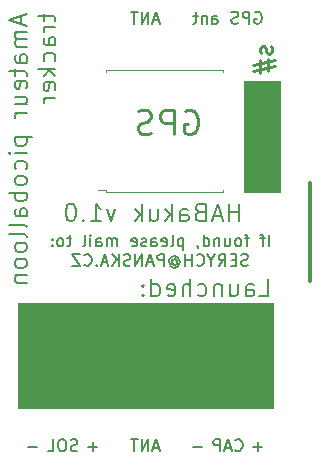
<source format=gbr>
%TF.GenerationSoftware,KiCad,Pcbnew,(5.1.9)-1*%
%TF.CreationDate,2021-06-03T20:59:13+02:00*%
%TF.ProjectId,HABakuk_v1.0,48414261-6b75-46b5-9f76-312e302e6b69,1.0*%
%TF.SameCoordinates,Original*%
%TF.FileFunction,Legend,Bot*%
%TF.FilePolarity,Positive*%
%FSLAX46Y46*%
G04 Gerber Fmt 4.6, Leading zero omitted, Abs format (unit mm)*
G04 Created by KiCad (PCBNEW (5.1.9)-1) date 2021-06-03 20:59:13*
%MOMM*%
%LPD*%
G01*
G04 APERTURE LIST*
%ADD10C,0.100000*%
%ADD11C,0.250000*%
%ADD12C,0.200000*%
%ADD13C,0.150000*%
%ADD14C,0.350000*%
%ADD15C,0.120000*%
G04 APERTURE END LIST*
D10*
G36*
X135890000Y-99822000D02*
G01*
X132842000Y-99822000D01*
X132842000Y-90424000D01*
X135890000Y-90424000D01*
X135890000Y-99822000D01*
G37*
X135890000Y-99822000D02*
X132842000Y-99822000D01*
X132842000Y-90424000D01*
X135890000Y-90424000D01*
X135890000Y-99822000D01*
D11*
X135100142Y-87447571D02*
X135171571Y-87590428D01*
X135171571Y-87876142D01*
X135100142Y-88019000D01*
X134957285Y-88090428D01*
X134885857Y-88090428D01*
X134743000Y-88019000D01*
X134671571Y-87876142D01*
X134671571Y-87661857D01*
X134600142Y-87519000D01*
X134457285Y-87447571D01*
X134385857Y-87447571D01*
X134243000Y-87519000D01*
X134171571Y-87661857D01*
X134171571Y-87876142D01*
X134243000Y-88019000D01*
X134171571Y-88661857D02*
X134171571Y-89733285D01*
X133528714Y-89090428D02*
X135457285Y-88661857D01*
X134814428Y-89590428D02*
X134814428Y-88519000D01*
X135457285Y-89161857D02*
X133528714Y-89590428D01*
D12*
X113960000Y-84870714D02*
X113960000Y-85585000D01*
X114388571Y-84727857D02*
X112888571Y-85227857D01*
X114388571Y-85727857D01*
X114388571Y-86227857D02*
X113388571Y-86227857D01*
X113531428Y-86227857D02*
X113460000Y-86299285D01*
X113388571Y-86442142D01*
X113388571Y-86656428D01*
X113460000Y-86799285D01*
X113602857Y-86870714D01*
X114388571Y-86870714D01*
X113602857Y-86870714D02*
X113460000Y-86942142D01*
X113388571Y-87085000D01*
X113388571Y-87299285D01*
X113460000Y-87442142D01*
X113602857Y-87513571D01*
X114388571Y-87513571D01*
X114388571Y-88870714D02*
X113602857Y-88870714D01*
X113460000Y-88799285D01*
X113388571Y-88656428D01*
X113388571Y-88370714D01*
X113460000Y-88227857D01*
X114317142Y-88870714D02*
X114388571Y-88727857D01*
X114388571Y-88370714D01*
X114317142Y-88227857D01*
X114174285Y-88156428D01*
X114031428Y-88156428D01*
X113888571Y-88227857D01*
X113817142Y-88370714D01*
X113817142Y-88727857D01*
X113745714Y-88870714D01*
X113388571Y-89370714D02*
X113388571Y-89942142D01*
X112888571Y-89585000D02*
X114174285Y-89585000D01*
X114317142Y-89656428D01*
X114388571Y-89799285D01*
X114388571Y-89942142D01*
X114317142Y-91013571D02*
X114388571Y-90870714D01*
X114388571Y-90585000D01*
X114317142Y-90442142D01*
X114174285Y-90370714D01*
X113602857Y-90370714D01*
X113460000Y-90442142D01*
X113388571Y-90585000D01*
X113388571Y-90870714D01*
X113460000Y-91013571D01*
X113602857Y-91085000D01*
X113745714Y-91085000D01*
X113888571Y-90370714D01*
X113388571Y-92370714D02*
X114388571Y-92370714D01*
X113388571Y-91727857D02*
X114174285Y-91727857D01*
X114317142Y-91799285D01*
X114388571Y-91942142D01*
X114388571Y-92156428D01*
X114317142Y-92299285D01*
X114245714Y-92370714D01*
X114388571Y-93085000D02*
X113388571Y-93085000D01*
X113674285Y-93085000D02*
X113531428Y-93156428D01*
X113460000Y-93227857D01*
X113388571Y-93370714D01*
X113388571Y-93513571D01*
X113388571Y-95156428D02*
X114888571Y-95156428D01*
X113460000Y-95156428D02*
X113388571Y-95299285D01*
X113388571Y-95585000D01*
X113460000Y-95727857D01*
X113531428Y-95799285D01*
X113674285Y-95870714D01*
X114102857Y-95870714D01*
X114245714Y-95799285D01*
X114317142Y-95727857D01*
X114388571Y-95585000D01*
X114388571Y-95299285D01*
X114317142Y-95156428D01*
X114388571Y-96513571D02*
X113388571Y-96513571D01*
X112888571Y-96513571D02*
X112960000Y-96442142D01*
X113031428Y-96513571D01*
X112960000Y-96585000D01*
X112888571Y-96513571D01*
X113031428Y-96513571D01*
X114317142Y-97870714D02*
X114388571Y-97727857D01*
X114388571Y-97442142D01*
X114317142Y-97299285D01*
X114245714Y-97227857D01*
X114102857Y-97156428D01*
X113674285Y-97156428D01*
X113531428Y-97227857D01*
X113460000Y-97299285D01*
X113388571Y-97442142D01*
X113388571Y-97727857D01*
X113460000Y-97870714D01*
X114388571Y-98727857D02*
X114317142Y-98585000D01*
X114245714Y-98513571D01*
X114102857Y-98442142D01*
X113674285Y-98442142D01*
X113531428Y-98513571D01*
X113460000Y-98585000D01*
X113388571Y-98727857D01*
X113388571Y-98942142D01*
X113460000Y-99085000D01*
X113531428Y-99156428D01*
X113674285Y-99227857D01*
X114102857Y-99227857D01*
X114245714Y-99156428D01*
X114317142Y-99085000D01*
X114388571Y-98942142D01*
X114388571Y-98727857D01*
X114388571Y-99870714D02*
X112888571Y-99870714D01*
X113460000Y-99870714D02*
X113388571Y-100013571D01*
X113388571Y-100299285D01*
X113460000Y-100442142D01*
X113531428Y-100513571D01*
X113674285Y-100585000D01*
X114102857Y-100585000D01*
X114245714Y-100513571D01*
X114317142Y-100442142D01*
X114388571Y-100299285D01*
X114388571Y-100013571D01*
X114317142Y-99870714D01*
X114388571Y-101870714D02*
X113602857Y-101870714D01*
X113460000Y-101799285D01*
X113388571Y-101656428D01*
X113388571Y-101370714D01*
X113460000Y-101227857D01*
X114317142Y-101870714D02*
X114388571Y-101727857D01*
X114388571Y-101370714D01*
X114317142Y-101227857D01*
X114174285Y-101156428D01*
X114031428Y-101156428D01*
X113888571Y-101227857D01*
X113817142Y-101370714D01*
X113817142Y-101727857D01*
X113745714Y-101870714D01*
X114388571Y-102799285D02*
X114317142Y-102656428D01*
X114174285Y-102585000D01*
X112888571Y-102585000D01*
X114388571Y-103585000D02*
X114317142Y-103442142D01*
X114174285Y-103370714D01*
X112888571Y-103370714D01*
X114388571Y-104370714D02*
X114317142Y-104227857D01*
X114245714Y-104156428D01*
X114102857Y-104085000D01*
X113674285Y-104085000D01*
X113531428Y-104156428D01*
X113460000Y-104227857D01*
X113388571Y-104370714D01*
X113388571Y-104585000D01*
X113460000Y-104727857D01*
X113531428Y-104799285D01*
X113674285Y-104870714D01*
X114102857Y-104870714D01*
X114245714Y-104799285D01*
X114317142Y-104727857D01*
X114388571Y-104585000D01*
X114388571Y-104370714D01*
X114388571Y-105727857D02*
X114317142Y-105585000D01*
X114245714Y-105513571D01*
X114102857Y-105442142D01*
X113674285Y-105442142D01*
X113531428Y-105513571D01*
X113460000Y-105585000D01*
X113388571Y-105727857D01*
X113388571Y-105942142D01*
X113460000Y-106085000D01*
X113531428Y-106156428D01*
X113674285Y-106227857D01*
X114102857Y-106227857D01*
X114245714Y-106156428D01*
X114317142Y-106085000D01*
X114388571Y-105942142D01*
X114388571Y-105727857D01*
X113388571Y-106870714D02*
X114388571Y-106870714D01*
X113531428Y-106870714D02*
X113460000Y-106942142D01*
X113388571Y-107085000D01*
X113388571Y-107299285D01*
X113460000Y-107442142D01*
X113602857Y-107513571D01*
X114388571Y-107513571D01*
X115838571Y-84727857D02*
X115838571Y-85299285D01*
X115338571Y-84942142D02*
X116624285Y-84942142D01*
X116767142Y-85013571D01*
X116838571Y-85156428D01*
X116838571Y-85299285D01*
X116838571Y-85799285D02*
X115838571Y-85799285D01*
X116124285Y-85799285D02*
X115981428Y-85870714D01*
X115910000Y-85942142D01*
X115838571Y-86085000D01*
X115838571Y-86227857D01*
X116838571Y-87370714D02*
X116052857Y-87370714D01*
X115910000Y-87299285D01*
X115838571Y-87156428D01*
X115838571Y-86870714D01*
X115910000Y-86727857D01*
X116767142Y-87370714D02*
X116838571Y-87227857D01*
X116838571Y-86870714D01*
X116767142Y-86727857D01*
X116624285Y-86656428D01*
X116481428Y-86656428D01*
X116338571Y-86727857D01*
X116267142Y-86870714D01*
X116267142Y-87227857D01*
X116195714Y-87370714D01*
X116767142Y-88727857D02*
X116838571Y-88585000D01*
X116838571Y-88299285D01*
X116767142Y-88156428D01*
X116695714Y-88085000D01*
X116552857Y-88013571D01*
X116124285Y-88013571D01*
X115981428Y-88085000D01*
X115910000Y-88156428D01*
X115838571Y-88299285D01*
X115838571Y-88585000D01*
X115910000Y-88727857D01*
X116838571Y-89370714D02*
X115338571Y-89370714D01*
X116267142Y-89513571D02*
X116838571Y-89942142D01*
X115838571Y-89942142D02*
X116410000Y-89370714D01*
X116767142Y-91156428D02*
X116838571Y-91013571D01*
X116838571Y-90727857D01*
X116767142Y-90585000D01*
X116624285Y-90513571D01*
X116052857Y-90513571D01*
X115910000Y-90585000D01*
X115838571Y-90727857D01*
X115838571Y-91013571D01*
X115910000Y-91156428D01*
X116052857Y-91227857D01*
X116195714Y-91227857D01*
X116338571Y-90513571D01*
X116838571Y-91870714D02*
X115838571Y-91870714D01*
X116124285Y-91870714D02*
X115981428Y-91942142D01*
X115910000Y-92013571D01*
X115838571Y-92156428D01*
X115838571Y-92299285D01*
D10*
G36*
X135255000Y-118110000D02*
G01*
X113665000Y-118110000D01*
X113665000Y-109220000D01*
X135255000Y-109220000D01*
X135255000Y-118110000D01*
G37*
X135255000Y-118110000D02*
X113665000Y-118110000D01*
X113665000Y-109220000D01*
X135255000Y-109220000D01*
X135255000Y-118110000D01*
D12*
X134111428Y-108628571D02*
X134825714Y-108628571D01*
X134825714Y-107128571D01*
X132968571Y-108628571D02*
X132968571Y-107842857D01*
X133040000Y-107700000D01*
X133182857Y-107628571D01*
X133468571Y-107628571D01*
X133611428Y-107700000D01*
X132968571Y-108557142D02*
X133111428Y-108628571D01*
X133468571Y-108628571D01*
X133611428Y-108557142D01*
X133682857Y-108414285D01*
X133682857Y-108271428D01*
X133611428Y-108128571D01*
X133468571Y-108057142D01*
X133111428Y-108057142D01*
X132968571Y-107985714D01*
X131611428Y-107628571D02*
X131611428Y-108628571D01*
X132254285Y-107628571D02*
X132254285Y-108414285D01*
X132182857Y-108557142D01*
X132040000Y-108628571D01*
X131825714Y-108628571D01*
X131682857Y-108557142D01*
X131611428Y-108485714D01*
X130897142Y-107628571D02*
X130897142Y-108628571D01*
X130897142Y-107771428D02*
X130825714Y-107700000D01*
X130682857Y-107628571D01*
X130468571Y-107628571D01*
X130325714Y-107700000D01*
X130254285Y-107842857D01*
X130254285Y-108628571D01*
X128897142Y-108557142D02*
X129040000Y-108628571D01*
X129325714Y-108628571D01*
X129468571Y-108557142D01*
X129540000Y-108485714D01*
X129611428Y-108342857D01*
X129611428Y-107914285D01*
X129540000Y-107771428D01*
X129468571Y-107700000D01*
X129325714Y-107628571D01*
X129040000Y-107628571D01*
X128897142Y-107700000D01*
X128254285Y-108628571D02*
X128254285Y-107128571D01*
X127611428Y-108628571D02*
X127611428Y-107842857D01*
X127682857Y-107700000D01*
X127825714Y-107628571D01*
X128040000Y-107628571D01*
X128182857Y-107700000D01*
X128254285Y-107771428D01*
X126325714Y-108557142D02*
X126468571Y-108628571D01*
X126754285Y-108628571D01*
X126897142Y-108557142D01*
X126968571Y-108414285D01*
X126968571Y-107842857D01*
X126897142Y-107700000D01*
X126754285Y-107628571D01*
X126468571Y-107628571D01*
X126325714Y-107700000D01*
X126254285Y-107842857D01*
X126254285Y-107985714D01*
X126968571Y-108128571D01*
X124968571Y-108628571D02*
X124968571Y-107128571D01*
X124968571Y-108557142D02*
X125111428Y-108628571D01*
X125397142Y-108628571D01*
X125540000Y-108557142D01*
X125611428Y-108485714D01*
X125682857Y-108342857D01*
X125682857Y-107914285D01*
X125611428Y-107771428D01*
X125540000Y-107700000D01*
X125397142Y-107628571D01*
X125111428Y-107628571D01*
X124968571Y-107700000D01*
X124254285Y-108485714D02*
X124182857Y-108557142D01*
X124254285Y-108628571D01*
X124325714Y-108557142D01*
X124254285Y-108485714D01*
X124254285Y-108628571D01*
X124254285Y-107700000D02*
X124182857Y-107771428D01*
X124254285Y-107842857D01*
X124325714Y-107771428D01*
X124254285Y-107700000D01*
X124254285Y-107842857D01*
D13*
X134896666Y-104402380D02*
X134896666Y-103402380D01*
X134563333Y-103735714D02*
X134182380Y-103735714D01*
X134420476Y-104402380D02*
X134420476Y-103545238D01*
X134372857Y-103450000D01*
X134277619Y-103402380D01*
X134182380Y-103402380D01*
X133230000Y-103735714D02*
X132849047Y-103735714D01*
X133087142Y-104402380D02*
X133087142Y-103545238D01*
X133039523Y-103450000D01*
X132944285Y-103402380D01*
X132849047Y-103402380D01*
X132372857Y-104402380D02*
X132468095Y-104354761D01*
X132515714Y-104307142D01*
X132563333Y-104211904D01*
X132563333Y-103926190D01*
X132515714Y-103830952D01*
X132468095Y-103783333D01*
X132372857Y-103735714D01*
X132230000Y-103735714D01*
X132134761Y-103783333D01*
X132087142Y-103830952D01*
X132039523Y-103926190D01*
X132039523Y-104211904D01*
X132087142Y-104307142D01*
X132134761Y-104354761D01*
X132230000Y-104402380D01*
X132372857Y-104402380D01*
X131182380Y-103735714D02*
X131182380Y-104402380D01*
X131610952Y-103735714D02*
X131610952Y-104259523D01*
X131563333Y-104354761D01*
X131468095Y-104402380D01*
X131325238Y-104402380D01*
X131230000Y-104354761D01*
X131182380Y-104307142D01*
X130706190Y-103735714D02*
X130706190Y-104402380D01*
X130706190Y-103830952D02*
X130658571Y-103783333D01*
X130563333Y-103735714D01*
X130420476Y-103735714D01*
X130325238Y-103783333D01*
X130277619Y-103878571D01*
X130277619Y-104402380D01*
X129372857Y-104402380D02*
X129372857Y-103402380D01*
X129372857Y-104354761D02*
X129468095Y-104402380D01*
X129658571Y-104402380D01*
X129753809Y-104354761D01*
X129801428Y-104307142D01*
X129849047Y-104211904D01*
X129849047Y-103926190D01*
X129801428Y-103830952D01*
X129753809Y-103783333D01*
X129658571Y-103735714D01*
X129468095Y-103735714D01*
X129372857Y-103783333D01*
X128849047Y-104354761D02*
X128849047Y-104402380D01*
X128896666Y-104497619D01*
X128944285Y-104545238D01*
X127658571Y-103735714D02*
X127658571Y-104735714D01*
X127658571Y-103783333D02*
X127563333Y-103735714D01*
X127372857Y-103735714D01*
X127277619Y-103783333D01*
X127230000Y-103830952D01*
X127182380Y-103926190D01*
X127182380Y-104211904D01*
X127230000Y-104307142D01*
X127277619Y-104354761D01*
X127372857Y-104402380D01*
X127563333Y-104402380D01*
X127658571Y-104354761D01*
X126610952Y-104402380D02*
X126706190Y-104354761D01*
X126753809Y-104259523D01*
X126753809Y-103402380D01*
X125849047Y-104354761D02*
X125944285Y-104402380D01*
X126134761Y-104402380D01*
X126230000Y-104354761D01*
X126277619Y-104259523D01*
X126277619Y-103878571D01*
X126230000Y-103783333D01*
X126134761Y-103735714D01*
X125944285Y-103735714D01*
X125849047Y-103783333D01*
X125801428Y-103878571D01*
X125801428Y-103973809D01*
X126277619Y-104069047D01*
X124944285Y-104402380D02*
X124944285Y-103878571D01*
X124991904Y-103783333D01*
X125087142Y-103735714D01*
X125277619Y-103735714D01*
X125372857Y-103783333D01*
X124944285Y-104354761D02*
X125039523Y-104402380D01*
X125277619Y-104402380D01*
X125372857Y-104354761D01*
X125420476Y-104259523D01*
X125420476Y-104164285D01*
X125372857Y-104069047D01*
X125277619Y-104021428D01*
X125039523Y-104021428D01*
X124944285Y-103973809D01*
X124515714Y-104354761D02*
X124420476Y-104402380D01*
X124230000Y-104402380D01*
X124134761Y-104354761D01*
X124087142Y-104259523D01*
X124087142Y-104211904D01*
X124134761Y-104116666D01*
X124230000Y-104069047D01*
X124372857Y-104069047D01*
X124468095Y-104021428D01*
X124515714Y-103926190D01*
X124515714Y-103878571D01*
X124468095Y-103783333D01*
X124372857Y-103735714D01*
X124230000Y-103735714D01*
X124134761Y-103783333D01*
X123277619Y-104354761D02*
X123372857Y-104402380D01*
X123563333Y-104402380D01*
X123658571Y-104354761D01*
X123706190Y-104259523D01*
X123706190Y-103878571D01*
X123658571Y-103783333D01*
X123563333Y-103735714D01*
X123372857Y-103735714D01*
X123277619Y-103783333D01*
X123230000Y-103878571D01*
X123230000Y-103973809D01*
X123706190Y-104069047D01*
X122039523Y-104402380D02*
X122039523Y-103735714D01*
X122039523Y-103830952D02*
X121991904Y-103783333D01*
X121896666Y-103735714D01*
X121753809Y-103735714D01*
X121658571Y-103783333D01*
X121610952Y-103878571D01*
X121610952Y-104402380D01*
X121610952Y-103878571D02*
X121563333Y-103783333D01*
X121468095Y-103735714D01*
X121325238Y-103735714D01*
X121230000Y-103783333D01*
X121182380Y-103878571D01*
X121182380Y-104402380D01*
X120277619Y-104402380D02*
X120277619Y-103878571D01*
X120325238Y-103783333D01*
X120420476Y-103735714D01*
X120610952Y-103735714D01*
X120706190Y-103783333D01*
X120277619Y-104354761D02*
X120372857Y-104402380D01*
X120610952Y-104402380D01*
X120706190Y-104354761D01*
X120753809Y-104259523D01*
X120753809Y-104164285D01*
X120706190Y-104069047D01*
X120610952Y-104021428D01*
X120372857Y-104021428D01*
X120277619Y-103973809D01*
X119801428Y-104402380D02*
X119801428Y-103735714D01*
X119801428Y-103402380D02*
X119849047Y-103450000D01*
X119801428Y-103497619D01*
X119753809Y-103450000D01*
X119801428Y-103402380D01*
X119801428Y-103497619D01*
X119182380Y-104402380D02*
X119277619Y-104354761D01*
X119325238Y-104259523D01*
X119325238Y-103402380D01*
X118182380Y-103735714D02*
X117801428Y-103735714D01*
X118039523Y-103402380D02*
X118039523Y-104259523D01*
X117991904Y-104354761D01*
X117896666Y-104402380D01*
X117801428Y-104402380D01*
X117325238Y-104402380D02*
X117420476Y-104354761D01*
X117468095Y-104307142D01*
X117515714Y-104211904D01*
X117515714Y-103926190D01*
X117468095Y-103830952D01*
X117420476Y-103783333D01*
X117325238Y-103735714D01*
X117182380Y-103735714D01*
X117087142Y-103783333D01*
X117039523Y-103830952D01*
X116991904Y-103926190D01*
X116991904Y-104211904D01*
X117039523Y-104307142D01*
X117087142Y-104354761D01*
X117182380Y-104402380D01*
X117325238Y-104402380D01*
X116563333Y-104307142D02*
X116515714Y-104354761D01*
X116563333Y-104402380D01*
X116610952Y-104354761D01*
X116563333Y-104307142D01*
X116563333Y-104402380D01*
X116563333Y-103783333D02*
X116515714Y-103830952D01*
X116563333Y-103878571D01*
X116610952Y-103830952D01*
X116563333Y-103783333D01*
X116563333Y-103878571D01*
X133134761Y-106004761D02*
X132991904Y-106052380D01*
X132753809Y-106052380D01*
X132658571Y-106004761D01*
X132610952Y-105957142D01*
X132563333Y-105861904D01*
X132563333Y-105766666D01*
X132610952Y-105671428D01*
X132658571Y-105623809D01*
X132753809Y-105576190D01*
X132944285Y-105528571D01*
X133039523Y-105480952D01*
X133087142Y-105433333D01*
X133134761Y-105338095D01*
X133134761Y-105242857D01*
X133087142Y-105147619D01*
X133039523Y-105100000D01*
X132944285Y-105052380D01*
X132706190Y-105052380D01*
X132563333Y-105100000D01*
X132134761Y-105528571D02*
X131801428Y-105528571D01*
X131658571Y-106052380D02*
X132134761Y-106052380D01*
X132134761Y-105052380D01*
X131658571Y-105052380D01*
X130658571Y-106052380D02*
X130991904Y-105576190D01*
X131230000Y-106052380D02*
X131230000Y-105052380D01*
X130849047Y-105052380D01*
X130753809Y-105100000D01*
X130706190Y-105147619D01*
X130658571Y-105242857D01*
X130658571Y-105385714D01*
X130706190Y-105480952D01*
X130753809Y-105528571D01*
X130849047Y-105576190D01*
X131230000Y-105576190D01*
X130039523Y-105576190D02*
X130039523Y-106052380D01*
X130372857Y-105052380D02*
X130039523Y-105576190D01*
X129706190Y-105052380D01*
X128801428Y-105957142D02*
X128849047Y-106004761D01*
X128991904Y-106052380D01*
X129087142Y-106052380D01*
X129230000Y-106004761D01*
X129325238Y-105909523D01*
X129372857Y-105814285D01*
X129420476Y-105623809D01*
X129420476Y-105480952D01*
X129372857Y-105290476D01*
X129325238Y-105195238D01*
X129230000Y-105100000D01*
X129087142Y-105052380D01*
X128991904Y-105052380D01*
X128849047Y-105100000D01*
X128801428Y-105147619D01*
X128372857Y-106052380D02*
X128372857Y-105052380D01*
X128372857Y-105528571D02*
X127801428Y-105528571D01*
X127801428Y-106052380D02*
X127801428Y-105052380D01*
X126706190Y-105576190D02*
X126753809Y-105528571D01*
X126849047Y-105480952D01*
X126944285Y-105480952D01*
X127039523Y-105528571D01*
X127087142Y-105576190D01*
X127134761Y-105671428D01*
X127134761Y-105766666D01*
X127087142Y-105861904D01*
X127039523Y-105909523D01*
X126944285Y-105957142D01*
X126849047Y-105957142D01*
X126753809Y-105909523D01*
X126706190Y-105861904D01*
X126706190Y-105480952D02*
X126706190Y-105861904D01*
X126658571Y-105909523D01*
X126610952Y-105909523D01*
X126515714Y-105861904D01*
X126468095Y-105766666D01*
X126468095Y-105528571D01*
X126563333Y-105385714D01*
X126706190Y-105290476D01*
X126896666Y-105242857D01*
X127087142Y-105290476D01*
X127230000Y-105385714D01*
X127325238Y-105528571D01*
X127372857Y-105719047D01*
X127325238Y-105909523D01*
X127230000Y-106052380D01*
X127087142Y-106147619D01*
X126896666Y-106195238D01*
X126706190Y-106147619D01*
X126563333Y-106052380D01*
X126039523Y-106052380D02*
X126039523Y-105052380D01*
X125658571Y-105052380D01*
X125563333Y-105100000D01*
X125515714Y-105147619D01*
X125468095Y-105242857D01*
X125468095Y-105385714D01*
X125515714Y-105480952D01*
X125563333Y-105528571D01*
X125658571Y-105576190D01*
X126039523Y-105576190D01*
X125087142Y-105766666D02*
X124610952Y-105766666D01*
X125182380Y-106052380D02*
X124849047Y-105052380D01*
X124515714Y-106052380D01*
X124182380Y-106052380D02*
X124182380Y-105052380D01*
X123610952Y-106052380D01*
X123610952Y-105052380D01*
X123182380Y-106004761D02*
X123039523Y-106052380D01*
X122801428Y-106052380D01*
X122706190Y-106004761D01*
X122658571Y-105957142D01*
X122610952Y-105861904D01*
X122610952Y-105766666D01*
X122658571Y-105671428D01*
X122706190Y-105623809D01*
X122801428Y-105576190D01*
X122991904Y-105528571D01*
X123087142Y-105480952D01*
X123134761Y-105433333D01*
X123182380Y-105338095D01*
X123182380Y-105242857D01*
X123134761Y-105147619D01*
X123087142Y-105100000D01*
X122991904Y-105052380D01*
X122753809Y-105052380D01*
X122610952Y-105100000D01*
X122182380Y-106052380D02*
X122182380Y-105052380D01*
X121610952Y-106052380D02*
X122039523Y-105480952D01*
X121610952Y-105052380D02*
X122182380Y-105623809D01*
X121230000Y-105766666D02*
X120753809Y-105766666D01*
X121325238Y-106052380D02*
X120991904Y-105052380D01*
X120658571Y-106052380D01*
X120325238Y-105957142D02*
X120277619Y-106004761D01*
X120325238Y-106052380D01*
X120372857Y-106004761D01*
X120325238Y-105957142D01*
X120325238Y-106052380D01*
X119277619Y-105957142D02*
X119325238Y-106004761D01*
X119468095Y-106052380D01*
X119563333Y-106052380D01*
X119706190Y-106004761D01*
X119801428Y-105909523D01*
X119849047Y-105814285D01*
X119896666Y-105623809D01*
X119896666Y-105480952D01*
X119849047Y-105290476D01*
X119801428Y-105195238D01*
X119706190Y-105100000D01*
X119563333Y-105052380D01*
X119468095Y-105052380D01*
X119325238Y-105100000D01*
X119277619Y-105147619D01*
X118944285Y-105052380D02*
X118277619Y-105052380D01*
X118944285Y-106052380D01*
X118277619Y-106052380D01*
D12*
X132416428Y-102278571D02*
X132416428Y-100778571D01*
X132416428Y-101492857D02*
X131559285Y-101492857D01*
X131559285Y-102278571D02*
X131559285Y-100778571D01*
X130916428Y-101850000D02*
X130202142Y-101850000D01*
X131059285Y-102278571D02*
X130559285Y-100778571D01*
X130059285Y-102278571D01*
X129059285Y-101492857D02*
X128845000Y-101564285D01*
X128773571Y-101635714D01*
X128702142Y-101778571D01*
X128702142Y-101992857D01*
X128773571Y-102135714D01*
X128845000Y-102207142D01*
X128987857Y-102278571D01*
X129559285Y-102278571D01*
X129559285Y-100778571D01*
X129059285Y-100778571D01*
X128916428Y-100850000D01*
X128845000Y-100921428D01*
X128773571Y-101064285D01*
X128773571Y-101207142D01*
X128845000Y-101350000D01*
X128916428Y-101421428D01*
X129059285Y-101492857D01*
X129559285Y-101492857D01*
X127416428Y-102278571D02*
X127416428Y-101492857D01*
X127487857Y-101350000D01*
X127630714Y-101278571D01*
X127916428Y-101278571D01*
X128059285Y-101350000D01*
X127416428Y-102207142D02*
X127559285Y-102278571D01*
X127916428Y-102278571D01*
X128059285Y-102207142D01*
X128130714Y-102064285D01*
X128130714Y-101921428D01*
X128059285Y-101778571D01*
X127916428Y-101707142D01*
X127559285Y-101707142D01*
X127416428Y-101635714D01*
X126702142Y-102278571D02*
X126702142Y-100778571D01*
X126559285Y-101707142D02*
X126130714Y-102278571D01*
X126130714Y-101278571D02*
X126702142Y-101850000D01*
X124845000Y-101278571D02*
X124845000Y-102278571D01*
X125487857Y-101278571D02*
X125487857Y-102064285D01*
X125416428Y-102207142D01*
X125273571Y-102278571D01*
X125059285Y-102278571D01*
X124916428Y-102207142D01*
X124845000Y-102135714D01*
X124130714Y-102278571D02*
X124130714Y-100778571D01*
X123987857Y-101707142D02*
X123559285Y-102278571D01*
X123559285Y-101278571D02*
X124130714Y-101850000D01*
X121916428Y-101278571D02*
X121559285Y-102278571D01*
X121202142Y-101278571D01*
X119845000Y-102278571D02*
X120702142Y-102278571D01*
X120273571Y-102278571D02*
X120273571Y-100778571D01*
X120416428Y-100992857D01*
X120559285Y-101135714D01*
X120702142Y-101207142D01*
X119202142Y-102135714D02*
X119130714Y-102207142D01*
X119202142Y-102278571D01*
X119273571Y-102207142D01*
X119202142Y-102135714D01*
X119202142Y-102278571D01*
X118202142Y-100778571D02*
X118059285Y-100778571D01*
X117916428Y-100850000D01*
X117845000Y-100921428D01*
X117773571Y-101064285D01*
X117702142Y-101350000D01*
X117702142Y-101707142D01*
X117773571Y-101992857D01*
X117845000Y-102135714D01*
X117916428Y-102207142D01*
X118059285Y-102278571D01*
X118202142Y-102278571D01*
X118345000Y-102207142D01*
X118416428Y-102135714D01*
X118487857Y-101992857D01*
X118559285Y-101707142D01*
X118559285Y-101350000D01*
X118487857Y-101064285D01*
X118416428Y-100921428D01*
X118345000Y-100850000D01*
X118202142Y-100778571D01*
D13*
X134365952Y-121356428D02*
X133604047Y-121356428D01*
X133985000Y-121737380D02*
X133985000Y-120975476D01*
X129285952Y-121356428D02*
X128524047Y-121356428D01*
X120395952Y-121356428D02*
X119634047Y-121356428D01*
X120015000Y-121737380D02*
X120015000Y-120975476D01*
X115315952Y-121356428D02*
X114554047Y-121356428D01*
X132064047Y-121642142D02*
X132111666Y-121689761D01*
X132254523Y-121737380D01*
X132349761Y-121737380D01*
X132492619Y-121689761D01*
X132587857Y-121594523D01*
X132635476Y-121499285D01*
X132683095Y-121308809D01*
X132683095Y-121165952D01*
X132635476Y-120975476D01*
X132587857Y-120880238D01*
X132492619Y-120785000D01*
X132349761Y-120737380D01*
X132254523Y-120737380D01*
X132111666Y-120785000D01*
X132064047Y-120832619D01*
X131683095Y-121451666D02*
X131206904Y-121451666D01*
X131778333Y-121737380D02*
X131445000Y-120737380D01*
X131111666Y-121737380D01*
X130778333Y-121737380D02*
X130778333Y-120737380D01*
X130397380Y-120737380D01*
X130302142Y-120785000D01*
X130254523Y-120832619D01*
X130206904Y-120927857D01*
X130206904Y-121070714D01*
X130254523Y-121165952D01*
X130302142Y-121213571D01*
X130397380Y-121261190D01*
X130778333Y-121261190D01*
X118689285Y-121689761D02*
X118546428Y-121737380D01*
X118308333Y-121737380D01*
X118213095Y-121689761D01*
X118165476Y-121642142D01*
X118117857Y-121546904D01*
X118117857Y-121451666D01*
X118165476Y-121356428D01*
X118213095Y-121308809D01*
X118308333Y-121261190D01*
X118498809Y-121213571D01*
X118594047Y-121165952D01*
X118641666Y-121118333D01*
X118689285Y-121023095D01*
X118689285Y-120927857D01*
X118641666Y-120832619D01*
X118594047Y-120785000D01*
X118498809Y-120737380D01*
X118260714Y-120737380D01*
X118117857Y-120785000D01*
X117498809Y-120737380D02*
X117308333Y-120737380D01*
X117213095Y-120785000D01*
X117117857Y-120880238D01*
X117070238Y-121070714D01*
X117070238Y-121404047D01*
X117117857Y-121594523D01*
X117213095Y-121689761D01*
X117308333Y-121737380D01*
X117498809Y-121737380D01*
X117594047Y-121689761D01*
X117689285Y-121594523D01*
X117736904Y-121404047D01*
X117736904Y-121070714D01*
X117689285Y-120880238D01*
X117594047Y-120785000D01*
X117498809Y-120737380D01*
X116165476Y-121737380D02*
X116641666Y-121737380D01*
X116641666Y-120737380D01*
X125602857Y-121451666D02*
X125126666Y-121451666D01*
X125698095Y-121737380D02*
X125364761Y-120737380D01*
X125031428Y-121737380D01*
X124698095Y-121737380D02*
X124698095Y-120737380D01*
X124126666Y-121737380D01*
X124126666Y-120737380D01*
X123793333Y-120737380D02*
X123221904Y-120737380D01*
X123507619Y-121737380D02*
X123507619Y-120737380D01*
X133730714Y-84590000D02*
X133825952Y-84542380D01*
X133968809Y-84542380D01*
X134111666Y-84590000D01*
X134206904Y-84685238D01*
X134254523Y-84780476D01*
X134302142Y-84970952D01*
X134302142Y-85113809D01*
X134254523Y-85304285D01*
X134206904Y-85399523D01*
X134111666Y-85494761D01*
X133968809Y-85542380D01*
X133873571Y-85542380D01*
X133730714Y-85494761D01*
X133683095Y-85447142D01*
X133683095Y-85113809D01*
X133873571Y-85113809D01*
X133254523Y-85542380D02*
X133254523Y-84542380D01*
X132873571Y-84542380D01*
X132778333Y-84590000D01*
X132730714Y-84637619D01*
X132683095Y-84732857D01*
X132683095Y-84875714D01*
X132730714Y-84970952D01*
X132778333Y-85018571D01*
X132873571Y-85066190D01*
X133254523Y-85066190D01*
X132302142Y-85494761D02*
X132159285Y-85542380D01*
X131921190Y-85542380D01*
X131825952Y-85494761D01*
X131778333Y-85447142D01*
X131730714Y-85351904D01*
X131730714Y-85256666D01*
X131778333Y-85161428D01*
X131825952Y-85113809D01*
X131921190Y-85066190D01*
X132111666Y-85018571D01*
X132206904Y-84970952D01*
X132254523Y-84923333D01*
X132302142Y-84828095D01*
X132302142Y-84732857D01*
X132254523Y-84637619D01*
X132206904Y-84590000D01*
X132111666Y-84542380D01*
X131873571Y-84542380D01*
X131730714Y-84590000D01*
X130111666Y-85542380D02*
X130111666Y-85018571D01*
X130159285Y-84923333D01*
X130254523Y-84875714D01*
X130445000Y-84875714D01*
X130540238Y-84923333D01*
X130111666Y-85494761D02*
X130206904Y-85542380D01*
X130445000Y-85542380D01*
X130540238Y-85494761D01*
X130587857Y-85399523D01*
X130587857Y-85304285D01*
X130540238Y-85209047D01*
X130445000Y-85161428D01*
X130206904Y-85161428D01*
X130111666Y-85113809D01*
X129635476Y-84875714D02*
X129635476Y-85542380D01*
X129635476Y-84970952D02*
X129587857Y-84923333D01*
X129492619Y-84875714D01*
X129349761Y-84875714D01*
X129254523Y-84923333D01*
X129206904Y-85018571D01*
X129206904Y-85542380D01*
X128873571Y-84875714D02*
X128492619Y-84875714D01*
X128730714Y-84542380D02*
X128730714Y-85399523D01*
X128683095Y-85494761D01*
X128587857Y-85542380D01*
X128492619Y-85542380D01*
X125602857Y-85256666D02*
X125126666Y-85256666D01*
X125698095Y-85542380D02*
X125364761Y-84542380D01*
X125031428Y-85542380D01*
X124698095Y-85542380D02*
X124698095Y-84542380D01*
X124126666Y-85542380D01*
X124126666Y-84542380D01*
X123793333Y-84542380D02*
X123221904Y-84542380D01*
X123507619Y-85542380D02*
X123507619Y-84542380D01*
D11*
X127793571Y-92980000D02*
X127984047Y-92884761D01*
X128269761Y-92884761D01*
X128555476Y-92980000D01*
X128745952Y-93170476D01*
X128841190Y-93360952D01*
X128936428Y-93741904D01*
X128936428Y-94027619D01*
X128841190Y-94408571D01*
X128745952Y-94599047D01*
X128555476Y-94789523D01*
X128269761Y-94884761D01*
X128079285Y-94884761D01*
X127793571Y-94789523D01*
X127698333Y-94694285D01*
X127698333Y-94027619D01*
X128079285Y-94027619D01*
X126841190Y-94884761D02*
X126841190Y-92884761D01*
X126079285Y-92884761D01*
X125888809Y-92980000D01*
X125793571Y-93075238D01*
X125698333Y-93265714D01*
X125698333Y-93551428D01*
X125793571Y-93741904D01*
X125888809Y-93837142D01*
X126079285Y-93932380D01*
X126841190Y-93932380D01*
X124936428Y-94789523D02*
X124650714Y-94884761D01*
X124174523Y-94884761D01*
X123984047Y-94789523D01*
X123888809Y-94694285D01*
X123793571Y-94503809D01*
X123793571Y-94313333D01*
X123888809Y-94122857D01*
X123984047Y-94027619D01*
X124174523Y-93932380D01*
X124555476Y-93837142D01*
X124745952Y-93741904D01*
X124841190Y-93646666D01*
X124936428Y-93456190D01*
X124936428Y-93265714D01*
X124841190Y-93075238D01*
X124745952Y-92980000D01*
X124555476Y-92884761D01*
X124079285Y-92884761D01*
X123793571Y-92980000D01*
D14*
X138430000Y-99060000D02*
X138430000Y-107315000D01*
D15*
%TO.C,U4*%
X121100000Y-99775000D02*
X131020000Y-99775000D01*
X121100000Y-89455000D02*
X131020000Y-89455000D01*
X131020000Y-89605000D02*
X131020000Y-89455000D01*
X121100000Y-89605000D02*
X121100000Y-89455000D01*
X131020000Y-99775000D02*
X131020000Y-99625000D01*
X121100000Y-99775000D02*
X121100000Y-99625000D01*
X120410000Y-99625000D02*
X121100000Y-99625000D01*
%TD*%
M02*

</source>
